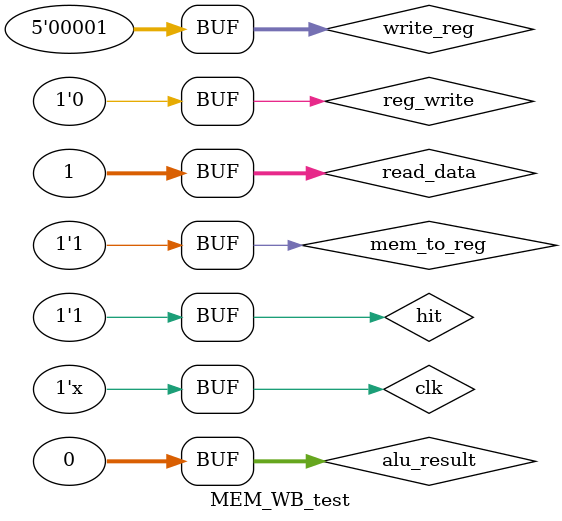
<source format=v>
`timescale 1ns / 1ps


module MEM_WB_test;

	// Inputs
	reg clk;
	reg hit;
	reg [31:0] read_data;
	reg [31:0] alu_result;
	reg [4:0] write_reg;
	reg reg_write;
	reg mem_to_reg;
	
	initial clk = 0;
	always #25 clk = ~clk;

	// Outputs
	wire [31:0] read_data_out;
	wire [31:0] alu_result_out;
	wire [4:0] write_reg_out;
	wire reg_write_out;
	wire mem_to_reg_out;

	// Instantiate the Unit Under Test (UUT)
	MEM_WB_reg uut (
		.clk(clk), 
		.hit(hit), 
		.read_data(read_data), 
		.alu_result(alu_result), 
		.write_reg(write_reg), 
		.reg_write(reg_write), 
		.mem_to_reg(mem_to_reg), 
		.read_data_out(read_data_out), 
		.alu_result_out(alu_result_out), 
		.write_reg_out(write_reg_out), 
		.reg_write_out(reg_write_out), 
		.mem_to_reg_out(mem_to_reg_out)
	);

	initial begin
		// Initialize Inputs
		hit = 0;
		read_data = 1;
		alu_result = 0;
		write_reg = 1;
		reg_write = 0;
		mem_to_reg = 1;

		// Wait 100 ns for global reset to finish
		#100;
      hit = 1;
		read_data = 1;
		alu_result = 0;
		write_reg = 1;
		reg_write = 0;
		mem_to_reg = 1;
		// Add stimulus here

	end
      
endmodule


</source>
